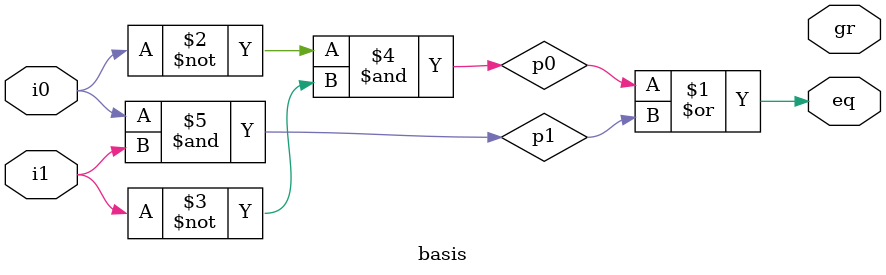
<source format=v>
`timescale 1ns / 1ps

// Listing 1.1
module basis
   // I/O ports
   (
    input wire i0, i1,
    output wire eq, gr
   );

   // signal declaration
   wire p0, p1;

   // body
   // sum of two product terms
   assign eq = p0 | p1;

   // product terms
   assign p0 = ~i0 & ~i1;
   assign p1 = i0 & i1;

endmodule

</source>
